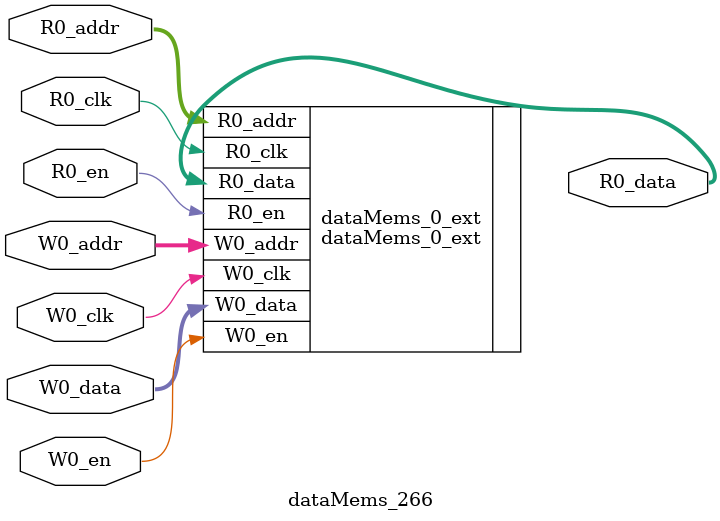
<source format=sv>
`ifndef RANDOMIZE
  `ifdef RANDOMIZE_REG_INIT
    `define RANDOMIZE
  `endif // RANDOMIZE_REG_INIT
`endif // not def RANDOMIZE
`ifndef RANDOMIZE
  `ifdef RANDOMIZE_MEM_INIT
    `define RANDOMIZE
  `endif // RANDOMIZE_MEM_INIT
`endif // not def RANDOMIZE

`ifndef RANDOM
  `define RANDOM $random
`endif // not def RANDOM

// Users can define 'PRINTF_COND' to add an extra gate to prints.
`ifndef PRINTF_COND_
  `ifdef PRINTF_COND
    `define PRINTF_COND_ (`PRINTF_COND)
  `else  // PRINTF_COND
    `define PRINTF_COND_ 1
  `endif // PRINTF_COND
`endif // not def PRINTF_COND_

// Users can define 'ASSERT_VERBOSE_COND' to add an extra gate to assert error printing.
`ifndef ASSERT_VERBOSE_COND_
  `ifdef ASSERT_VERBOSE_COND
    `define ASSERT_VERBOSE_COND_ (`ASSERT_VERBOSE_COND)
  `else  // ASSERT_VERBOSE_COND
    `define ASSERT_VERBOSE_COND_ 1
  `endif // ASSERT_VERBOSE_COND
`endif // not def ASSERT_VERBOSE_COND_

// Users can define 'STOP_COND' to add an extra gate to stop conditions.
`ifndef STOP_COND_
  `ifdef STOP_COND
    `define STOP_COND_ (`STOP_COND)
  `else  // STOP_COND
    `define STOP_COND_ 1
  `endif // STOP_COND
`endif // not def STOP_COND_

// Users can define INIT_RANDOM as general code that gets injected into the
// initializer block for modules with registers.
`ifndef INIT_RANDOM
  `define INIT_RANDOM
`endif // not def INIT_RANDOM

// If using random initialization, you can also define RANDOMIZE_DELAY to
// customize the delay used, otherwise 0.002 is used.
`ifndef RANDOMIZE_DELAY
  `define RANDOMIZE_DELAY 0.002
`endif // not def RANDOMIZE_DELAY

// Define INIT_RANDOM_PROLOG_ for use in our modules below.
`ifndef INIT_RANDOM_PROLOG_
  `ifdef RANDOMIZE
    `ifdef VERILATOR
      `define INIT_RANDOM_PROLOG_ `INIT_RANDOM
    `else  // VERILATOR
      `define INIT_RANDOM_PROLOG_ `INIT_RANDOM #`RANDOMIZE_DELAY begin end
    `endif // VERILATOR
  `else  // RANDOMIZE
    `define INIT_RANDOM_PROLOG_
  `endif // RANDOMIZE
`endif // not def INIT_RANDOM_PROLOG_

// Include register initializers in init blocks unless synthesis is set
`ifndef SYNTHESIS
  `ifndef ENABLE_INITIAL_REG_
    `define ENABLE_INITIAL_REG_
  `endif // not def ENABLE_INITIAL_REG_
`endif // not def SYNTHESIS

// Include rmemory initializers in init blocks unless synthesis is set
`ifndef SYNTHESIS
  `ifndef ENABLE_INITIAL_MEM_
    `define ENABLE_INITIAL_MEM_
  `endif // not def ENABLE_INITIAL_MEM_
`endif // not def SYNTHESIS

module dataMems_266(	// @[generators/ara/src/main/scala/UnsafeAXI4ToTL.scala:365:62]
  input  [4:0]  R0_addr,
  input         R0_en,
  input         R0_clk,
  output [66:0] R0_data,
  input  [4:0]  W0_addr,
  input         W0_en,
  input         W0_clk,
  input  [66:0] W0_data
);

  dataMems_0_ext dataMems_0_ext (	// @[generators/ara/src/main/scala/UnsafeAXI4ToTL.scala:365:62]
    .R0_addr (R0_addr),
    .R0_en   (R0_en),
    .R0_clk  (R0_clk),
    .R0_data (R0_data),
    .W0_addr (W0_addr),
    .W0_en   (W0_en),
    .W0_clk  (W0_clk),
    .W0_data (W0_data)
  );
endmodule


</source>
